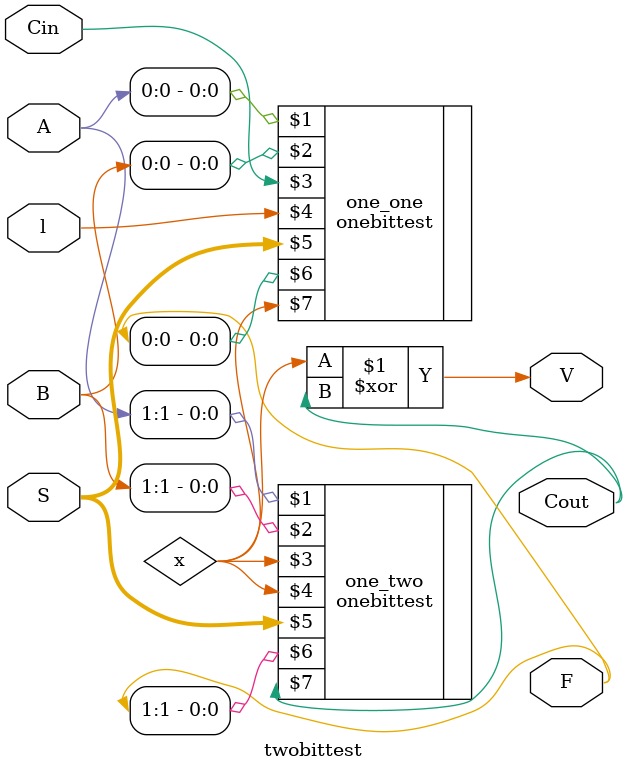
<source format=v>
module twobittest (A,B,Cin,l,S,F,V,Cout);
input [1:0] A;
input [1:0] B;
input Cin,l;
input [2:0] S;
output [1:0] F;
output Cout,V;
wire x;
onebittest one_one(A[0],B[0],Cin,l,S,F[0],x);
onebittest one_two (A[1],B[1],x,x,S,F[1],Cout);
assign V = x ^ Cout;
endmodule


</source>
